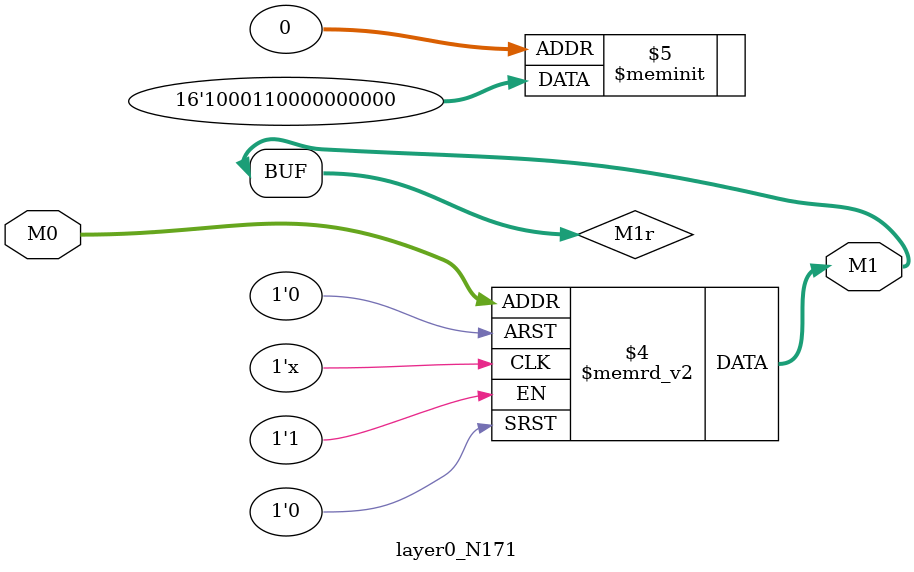
<source format=v>
module layer0_N171 ( input [2:0] M0, output [1:0] M1 );

	(*rom_style = "distributed" *) reg [1:0] M1r;
	assign M1 = M1r;
	always @ (M0) begin
		case (M0)
			3'b000: M1r = 2'b00;
			3'b100: M1r = 2'b00;
			3'b010: M1r = 2'b00;
			3'b110: M1r = 2'b00;
			3'b001: M1r = 2'b00;
			3'b101: M1r = 2'b11;
			3'b011: M1r = 2'b00;
			3'b111: M1r = 2'b10;

		endcase
	end
endmodule

</source>
